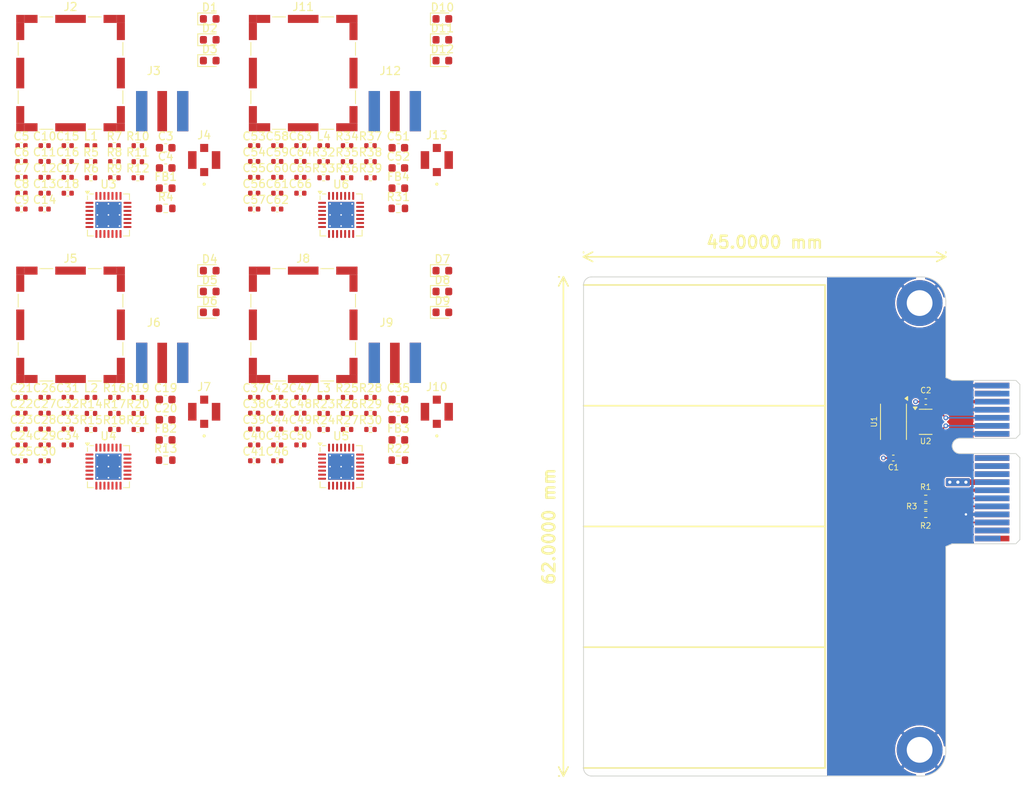
<source format=kicad_pcb>
(kicad_pcb (version 20240108) (generator "pcbnew") (generator_version "8.0")
  (layers (0 "F.Cu" jumper) (1 "In1.Cu" signal) (2 "In2.Cu" signal) (3 "In3.Cu" signal) (4 "In4.Cu" signal) (31 "B.Cu" signal) (34 "B.Paste" user) (35 "F.Paste" user) (36 "B.SilkS" user "B.Silkscreen") (37 "F.SilkS" user "F.Silkscreen") (38 "B.Mask" user) (39 "F.Mask" user) (44 "Edge.Cuts" user))
  (net 0 "")
  (net 1 "GNDREF")
  (net 3 "VCC")
  (net 4 "R3_I0")
  (net 5 "R1_Q1")
  (net 6 "R4_I0")
  (net 7 "R4_Q1")
  (net 8 "R2_I1")
  (net 9 "R2_Q1")
  (net 10 "R1_I0")
  (net 11 "R3_I1")
  (net 12 "R2_Q0")
  (net 13 "R2_I0")
  (net 14 "R4_I1")
  (net 15 "Net-(J1-~{CS})")
  (net 16 "PGM")
  (net 17 "R3_Q1")
  (net 18 "R3_Q0")
  (net 19 "R1_Q0")
  (net 20 "R1_I1")
  (net 21 "Net-(J1-SCLK)")
  (net 22 "R4_Q0")
  (net 23 "SHDN")
  (net 24 "Net-(J1-SDATA)")
  (net 25 "SDATA")
  (net 26 "CS#")
  (net 27 "SCLK")
  (net 28 "Net-(J1-REFCLK+)")
  (net 29 "Net-(J1-REFCLK-)")
  (net 30 "Net-(U1-clkin)")
  (net 32 "SLKIN1")
  (net 33 "SLKIN2")
  (net 34 "SLKIN3")
  (net 35 "SLKIN4")
  (net 36 "/Radio #1/+3V3_local")
  (net 37 "/Radio #1/AGND_local")
  (net 38 "Net-(U3-LNA2)")
  (net 39 "Net-(J3-In)")
  (net 40 "Net-(U3-LNAOUT)")
  (net 41 "Net-(U3-MIXIN)")
  (net 42 "Net-(J4-In)")
  (net 43 "Net-(U3-CLKOUT)")
  (net 44 "Net-(U3-XTAL)")
  (net 45 "Net-(C15-Pad1)")
  (net 46 "Net-(U3-CPOUT)")
  (net 47 "/Radio #2/AGND_local")
  (net 48 "/Radio #2/+3V3_local")
  (net 49 "Net-(U4-LNA2)")
  (net 50 "Net-(J6-In)")
  (net 51 "Net-(U4-MIXIN)")
  (net 52 "Net-(U4-LNAOUT)")
  (net 53 "Net-(U4-CLKOUT)")
  (net 54 "Net-(J7-In)")
  (net 55 "Net-(U4-XTAL)")
  (net 56 "Net-(C31-Pad1)")
  (net 57 "Net-(U4-CPOUT)")
  (net 58 "/Radio #3/AGND_local")
  (net 59 "/Radio #3/+3V3_local")
  (net 60 "Net-(J9-In)")
  (net 61 "Net-(U5-LNA2)")
  (net 62 "Net-(U5-MIXIN)")
  (net 63 "Net-(U5-LNAOUT)")
  (net 64 "Net-(J10-In)")
  (net 65 "Net-(U5-CLKOUT)")
  (net 66 "Net-(U5-XTAL)")
  (net 67 "Net-(C47-Pad1)")
  (net 68 "Net-(U5-CPOUT)")
  (net 69 "/Radio #4/+3V3_local")
  (net 70 "/Radio #4/AGND_local")
  (net 71 "Net-(U6-LNA2)")
  (net 72 "Net-(J12-In)")
  (net 73 "Net-(U6-MIXIN)")
  (net 74 "Net-(U6-LNAOUT)")
  (net 75 "Net-(J13-In)")
  (net 76 "Net-(U6-CLKOUT)")
  (net 77 "Net-(U6-XTAL)")
  (net 78 "Net-(C63-Pad1)")
  (net 79 "Net-(U6-CPOUT)")
  (net 80 "Net-(D1-K)")
  (net 81 "/Radio #1/ANT")
  (net 82 "Net-(D2-K)")
  (net 83 "/Radio #1/LD")
  (net 84 "Net-(D3-K)")
  (net 85 "Net-(D4-K)")
  (net 86 "Net-(D5-K)")
  (net 87 "/Radio #2/ANT")
  (net 88 "/Radio #2/LD")
  (net 89 "Net-(D6-K)")
  (net 90 "Net-(D7-K)")
  (net 91 "/Radio #3/ANT")
  (net 92 "Net-(D8-K)")
  (net 93 "Net-(D9-K)")
  (net 94 "/Radio #3/LD")
  (net 95 "Net-(D10-K)")
  (net 96 "/Radio #4/ANT")
  (net 97 "Net-(D11-K)")
  (net 98 "/Radio #4/LD")
  (net 99 "Net-(D12-K)")
  (net 100 "Net-(U3-ANTBIAS)")
  (net 101 "Net-(U4-ANTBIAS)")
  (net 102 "Net-(U5-ANTBIAS)")
  (net 103 "Net-(U6-ANTBIAS)")
  (net 104 "/Radio #1/I1")
  (net 105 "/Radio #1/I0")
  (net 106 "/Radio #1/Q0")
  (net 107 "/Radio #1/Q1")
  (net 108 "/Radio #2/I1")
  (net 109 "/Radio #2/I0")
  (net 110 "/Radio #2/Q0")
  (net 111 "/Radio #2/Q1")
  (net 112 "/Radio #3/I1")
  (net 113 "/Radio #3/I0")
  (net 114 "/Radio #3/Q0")
  (net 115 "/Radio #3/Q1")
  (net 116 "/Radio #4/I1")
  (net 117 "/Radio #4/I0")
  (net 118 "/Radio #4/Q0")
  (net 119 "/Radio #4/Q1")
  (footprint "Resistor_SMD:R_0402_1005Metric" (layer "F.Cu") (at 80.625 34.69)
    (property "Reference" "R35")
    (property "Value" "100")
  )
  (footprint "Capacitor_SMD:C_0603_1608Metric" (layer "F.Cu") (at 58.095 35.47)
    (property "Reference" "C4")
    (property "Value" "10uF")
  )
  (footprint "Diode_SMD:D_0603_1608Metric" (layer "F.Cu") (at 92.465 22.13)
    (property "Reference" "D12")
    (property "Value" "LED")
  )
  (footprint "Capacitor_SMD:C_0402_1005Metric" (layer "F.Cu") (at 43.055 36.63)
    (property "Reference" "C12")
    (property "Value" "100pF")
  )
  (footprint "Capacitor_SMD:C_0603_1608Metric" (layer "F.Cu") (at 86.995 66.74)
    (property "Reference" "C36")
    (property "Value" "10uF")
  )
  (footprint "Capacitor_SMD:C_0402_1005Metric" (layer "F.Cu") (at 40.185 34.66)
    (property "Reference" "C6")
    (property "Value" "0.47nF")
  )
  (footprint "Capacitor_SMD:C_0402_1005Metric" (layer "F.Cu") (at 45.925 38.6)
    (property "Reference" "C18")
    (property "Value" "100nF")
  )
  (footprint "Capacitor_SMD:C_0402_1005Metric" (layer "F.Cu") (at 43.055 32.69)
    (property "Reference" "C10")
    (property "Value" "100nF")
  )
  (footprint "Capacitor_SMD:C_0402_1005Metric" (layer "F.Cu") (at 71.955 38.6)
    (property "Reference" "C61")
    (property "Value" "10nF")
  )
  (footprint "Capacitor_SMD:C_0603_1608Metric" (layer "F.Cu") (at 58.095 32.96)
    (property "Reference" "C3")
    (property "Value" "10uF")
  )
  (footprint "Capacitor_SMD:C_0402_1005Metric" (layer "F.Cu") (at 40.185 65.93)
    (property "Reference" "C22")
    (property "Value" "0.47nF")
  )
  (footprint "Resistor_SMD:R_0402_1005Metric" (layer "F.Cu") (at 77.715 36.68)
    (property "Reference" "R33")
    (property "Value" "1k")
  )
  (footprint "Package_DFN_QFN:TQFN-28-1EP_5x5mm_P0.5mm_EP3.25x3.25mm_ThermalVias" (layer "F.Cu") (at 50.985 41.3)
    (property "Reference" "U3")
    (property "Value" "MAX2769B")
  )
  (footprint "Capacitor_SMD:C_0402_1005Metric" (layer "F.Cu") (at 43.055 38.6)
    (property "Reference" "C13")
    (property "Value" "10nF")
  )
  (footprint "Capacitor_SMD:C_0402_1005Metric" (layer "F.Cu") (at 74.825 63.96)
    (property "Reference" "C47")
    (property "Value" "47nF")
  )
  (footprint "Capacitor_SMD:C_0402_1005Metric" (layer "F.Cu") (at 43.055 67.9)
    (property "Reference" "C28")
    (property "Value" "100pF")
  )
  (footprint "Capacitor_SMD:C_0603_1608Metric" (layer "F.Cu") (at 86.995 64.23)
    (property "Reference" "C35")
    (property "Value" "10uF")
  )
  (footprint "Inductor_SMD:L_0603_1608Metric" (layer "F.Cu") (at 58.095 69.25)
    (property "Reference" "FB2")
    (property "Value" "GZ1608D601TF")
  )
  (footprint "Capacitor_SMD:C_0402_1005Metric" (layer "F.Cu") (at 40.185 32.69)
    (property "Reference" "C5")
    (property "Value" "10nF")
  )
  (footprint "Capacitor_SMD:C_0402_1005Metric" (layer "F.Cu") (at 40.185 67.9)
    (property "Reference" "C23")
    (property "Value" "10nF")
  )
  (footprint "Resistor_SMD:R_0402_1005Metric" (layer "F.Cu") (at 77.715 67.95)
    (property "Reference" "R24")
    (property "Value" "1k")
  )
  (footprint "Capacitor_SMD:C_0402_1005Metric" (layer "F.Cu") (at 40.185 36.63)
    (property "Reference" "C7")
    (property "Value" "10nF")
  )
  (footprint "Resistor_SMD:R_0402_1005Metric" (layer "F.Cu") (at 83.535 67.95)
    (property "Reference" "R30")
    (property "Value" "1k")
  )
  (footprint "tart_radio_module:CONN-SMD_MOLEX_73412-0110" (layer "F.Cu") (at 62.875 34.48)
    (property "Reference" "J4")
    (property "Value" "Conn_Coaxial" (hide yes))
  )
  (footprint "Resistor_SMD:R_0402_1005Metric" (layer "F.Cu") (at 83.535 36.68)
    (property "Reference" "R39")
    (property "Value" "1k")
  )
  (footprint "Capacitor_SMD:C_0402_1005Metric" (layer "F.Cu") (at 43.055 40.57)
    (property "Reference" "C14")
    (property "Value" "100nF")
  )
  (footprint "Capacitor_SMD:C_0402_1005Metric" (layer "F.Cu") (at 45.925 65.93)
    (property "Reference" "C32")
    (property "Value" "27pF")
  )
  (footprint "Resistor_SMD:R_0603_1608Metric" (layer "F.Cu") (at 86.995 71.76)
    (property "Reference" "R22")
    (property "Value" "1k")
  )
  (footprint "Capacitor_SMD:C_0402_1005Metric" (layer "F.Cu") (at 40.185 71.84)
    (property "Reference" "C25")
    (property "Value" "0.47nF")
  )
  (footprint "Resistor_SMD:R_0402_1005Metric" (layer "F.Cu") (at 83.535 63.97)
    (property "Reference" "R28")
    (property "Value" "100")
  )
  (footprint "Resistor_SMD:R_0402_1005Metric" (layer "F.Cu") (at 77.715 34.69)
    (property "Reference" "R32")
    (property "Value" "20k")
  )
  (footprint "Diode_SMD:D_0603_1608Metric" (layer "F.Cu") (at 63.565 50.81)
    (property "Reference" "D5")
    (property "Value" "LED")
  )
  (footprint "Diode_SMD:D_0603_1608Metric" (layer "F.Cu") (at 92.465 19.54)
    (property "Reference" "D11")
    (property "Value" "LED")
  )
  (footprint "Package_DFN_QFN:TQFN-28-1EP_5x5mm_P0.5mm_EP3.25x3.25mm_ThermalVias" (layer "F.Cu") (at 50.985 72.57)
    (property "Reference" "U4")
    (property "Value" "MAX2769B")
  )
  (footprint "Resistor_SMD:R_0402_1005Metric" (layer "F.Cu") (at 152.51 77.5 180)
    (property "Reference" "R3")
    (property "Value" "100" (hide yes))
  )
  (footprint "Capacitor_SMD:C_0402_1005Metric" (layer "F.Cu") (at 152.52 64.5)
    (property "Reference" "C2")
    (property "Value" "100n" (hide yes))
  )
  (footprint "Capacitor_SMD:C_0402_1005Metric" (layer "F.Cu") (at 74.825 38.6)
    (property "Reference" "C66")
    (property "Value" "100nF")
  )
  (footprint "Capacitor_SMD:C_0402_1005Metric" (layer "F.Cu") (at 45.925 67.9)
    (property "Reference" "C33")
    (property "Value" "100nF")
  )
  (footprint "Capacitor_SMD:C_0402_1005Metric" (layer "F.Cu") (at 69.085 67.9)
    (property "Reference" "C39")
    (property "Value" "10nF")
  )
  (footprint "Inductor_SMD:L_0603_1608Metric" (layer "F.Cu") (at 86.995 69.25)
    (property "Reference" "FB3")
    (property "Value" "GZ1608D601TF")
  )
  (footprint "Capacitor_SMD:C_0603_1608Metric" (layer "F.Cu") (at 86.995 35.47)
    (property "Reference" "C52")
    (property "Value" "10uF")
  )
  (footprint "RF_Shielding:Laird_Technologies_BMI-S-101_13.66x12.70mm" (layer "F.Cu") (at 46.275 54.95)
    (property "Reference" "J5")
    (property "Value" "RFShield_OnePiece")
  )
  (footprint "Resistor_SMD:R_0402_1005Metric" (layer "F.Cu") (at 152.51 78.5 180)
    (property "Reference" "R2")
    (property "Value" "100" (hide yes))
  )
  (footprint "Diode_SMD:D_0603_1608Metric" (layer "F.Cu") (at 63.565 22.13)
    (property "Reference" "D3")
    (property "Value" "LED")
  )
  (footprint "Capacitor_SMD:C_0402_1005Metric" (layer "F.Cu") (at 69.085 32.69)
    (property "Reference" "C53")
    (property "Value" "10nF")
  )
  (footprint "Package_SO:TSSOP-8_4.4x3mm_P0.65mm" (layer "F.Cu") (at 148.5 67 -90)
    (property "Reference" "U1")
    (property "Value" "CDCV304PW" (hide yes))
  )
  (footprint "Resistor_SMD:R_0402_1005Metric" (layer "F.Cu") (at 80.625 36.68)
    (property "Reference" "R36")
    (property "Value" "100")
  )
  (footprint "Capacitor_SMD:C_0603_1608Metric" (layer "F.Cu") (at 58.095 64.23)
    (property "Reference" "C19")
    (property "Value" "10uF")
  )
  (footprint "Resistor_SMD:R_0402_1005Metric" (layer "F.Cu") (at 54.635 67.95)
    (property "Reference" "R21")
    (property "Value" "1k")
  )
  (footprint "Inductor_SMD:L_0402_1005Metric" (layer "F.Cu") (at 77.715 32.7)
    (property "Reference" "L4")
    (property "Value" "L")
  )
  (footprint "Resistor_SMD:R_0402_1005Metric" (layer "F.Cu") (at 54.635 65.96)
    (property "Reference" "R20")
    (property "Value" "100")
  )
  (footprint "Capacitor_SMD:C_0402_1005Metric" (layer "F.Cu") (at 71.955 40.57)
    (property "Reference" "C62")
    (property "Value" "100nF")
  )
  (footprint "Capacitor_SMD:C_0402_1005Metric" (layer "F.Cu") (at 45.925 34.66)
    (property "Reference" "C16")
    (property "Value" "27pF")
  )
  (footprint "Capacitor_SMD:C_0402_1005Metric" (layer "F.Cu") (at 69.085 65.93)
    (property "Reference" "C38")
    (property "Value" "0.47nF")
  )
  (footprint "tart_radio_module:CONN-SMD_KH-SMA-KE8-G" (layer "F.Cu") (at 57.662 28.407)
    (property "Reference" "J3")
    (property "Value" "Conn_Coaxial" (hide yes))
  )
  (footprint "Capacitor_SMD:C_0402_1005Metric" (layer "F.Cu") (at 71.955 36.63)
    (property "Reference" "C60")
    (property "Value" "100pF")
  )
  (footprint "Resistor_SMD:R_0402_1005Metric" (layer "F.Cu") (at 54.635 34.69)
    (property "Reference" "R11")
    (property "Value" "100")
  )
  (footprint "Capacitor_SMD:C_0402_1005Metric" (layer "F.Cu") (at 69.085 34.66)
    (property "Reference" "C54")
    (property "Value" "0.47nF")
  )
  (footprint "Resistor_SMD:R_0402_1005Metric" (layer "F.Cu") (at 51.725 34.69)
    (property "Reference" "R8")
    (property "Value" "100")
  )
  (footprint "RF_Shielding:Laird_Technologies_BMI-S-101_13.66x12.70mm" (layer "F.Cu") (at 75.175 54.95)
    (property "Reference" "J8")
    (property "Value" "RFShield_OnePiece")
  )
  (footprint "Capacitor_SMD:C_0402_1005Metric" (layer "F.Cu") (at 74.825 67.9)
    (property "Reference" "C49")
    (property "Value" "100nF")
  )
  (footprint "Capacitor_SMD:C_0402_1005Metric" (layer "F.Cu") (at 43.055 69.87)
    (property "Reference" "C29")
    (property "Value" "10nF")
  )
  (footprint "RF_Shielding:Laird_Technologies_BMI-S-101_13.66x12.70mm" (layer "F.Cu") (at 75.175 23.68)
    (property "Reference" "J11")
    (property "Value" "RFShield_OnePiece")
  )
  (footprint "RF_Shielding:Laird_Technologies_BMI-S-101_13.66x12.70mm" (layer "F.Cu") (at 46.275 23.68)
    (property "Reference" "J2")
    (property "Value" "RFShield_OnePiece")
  )
  (footprint "Package_DFN_QFN:TQFN-28-1EP_5x5mm_P0.5mm_EP3.25x3.25mm_ThermalVias" (layer "F.Cu") (at 79.885 72.57)
    (property "Reference" "U5")
    (property "Value" "MAX2769B")
  )
  (footprint "Capacitor_SMD:C_0402_1005Metric" (layer "F.Cu") (at 40.185 40.57)
    (property "Reference" "C9")
    (property "Value" "0.47nF")
  )
  (footprint "Resistor_SMD:R_0603_1608Metric" (layer "F.Cu") (at 58.095 71.76)
    (property "Reference" "R13")
    (property "Value" "1k")
  )
  (footprint "Resistor_SMD:R_0402_1005Metric" (layer "F.Cu") (at 48.815 36.68)
    (property "Reference" "R6")
    (property "Value" "1k")
  )
  (footprint "Resistor_SMD:R_0402_1005Metric" (layer "F.Cu") (at 54.635 36.68)
    (property "Reference" "R12")
    (property "Value" "1k")
  )
  (footprint "Diode_SMD:D_0603_1608Metric" (layer "F.Cu") (at 92.465 48.22)
    (property "Reference" "D7")
    (property "Value" "LED")
  )
  (footprint "Capacitor_SMD:C_0402_1005Metric" (layer "F.Cu") (at 74.825 34.66)
    (property "Reference" "C64")
    (property "Value" "27pF")
  )
  (footprint "MountingHole:MountingHole_3.2mm_M3_ISO7380_Pad" (layer "F.Cu") (at 151.75 52.25)
    (property "Reference" "H1" (hide yes))
    (property "Value" "GND" (hide yes))
  )
  (footprint "Diode_SMD:D_0603_1608Metric" (layer "F.Cu") (at 92.465 50.81)
    (property "Reference" "D8")
    (property "Value" "LED")
  )
  (footprint "Capacitor_SMD:C_0402_1005Metric" (layer "F.Cu") (at 71.955 71.84)
    (property "Reference" "C46")
    (property "Value" "100nF")
  )
  (footprint "Capacitor_SMD:C_0402_1005Metric" (layer "F.Cu") (at 74.825 32.69)
    (property "Reference" "C63")
    (property "Value" "47nF")
  )
  (footprint "Capacitor_SMD:C_0402_1005Metric" (layer "F.Cu") (at 40.185 38.6)
    (property "Reference" "C8")
    (property "Value" "10nF")
  )
  (footprint "Capacitor_SMD:C_0402_1005Metric" (layer "F.Cu") (at 74.825 36.63)
    (property "Reference" "C65")
    (property "Value" "100nF")
  )
  (footprint "Capacitor_SMD:C_0402_1005Metric" (layer "F.Cu") (at 71.955 69.87)
    (property "Reference" "C45")
    (property "Value" "10nF")
  )
  (footprint "Capacitor_SMD:C_0402_1005Metric" (layer "F.Cu") (at 69.085 36.63)
    (property "Reference" "C55")
    (property "Value" "10nF")
  )
  (footprint "Inductor_SMD:L_0402_1005Metric" (layer "F.Cu") (at 48.815 63.97)
    (property "Reference" "L2")
    (property "Value" "L")
  )
  (footprint "Resistor_SMD:R_0402_1005Metric" (layer "F.Cu") (at 80.625 67.95)
    (property "Reference" "R27")
    (property "Value" "100")
  )
  (footprint "Resistor_SMD:R_0402_1005Metric" (layer "F.Cu") (at 83.535 34.69)
    (property "Reference" "R38")
    (property "Value" "100")
  )
  (footprint "Capacitor_SMD:C_0402_1005Metric" (layer "F.Cu") (at 71.955 63.96)
    (property "Reference" "C42")
    (property "Value" "100nF")
  )
  (footprint "Resistor_SMD:R_0402_1005Metric" (layer "F.Cu") (at 48.815 67.95)
    (property "Reference" "R15")
    (property "Value" "1k")
  )
  (footprint "Resistor_SMD:R_0402_1005Metric" (layer "F.Cu") (at 51.725 67.95)
    (property "Reference" "R18")
    (property "Value" "100")
  )
  (footprint "Resistor_SMD:R_0402_1005Metric" (layer "F.Cu") (at 48.815 65.96)
    (property "Reference" "R14")
    (property "Value" "20k")
  )
  (footprint "Capacitor_SMD:C_0402_1005Metric" (layer "F.Cu") (at 148.48 71.5 180)
    (property "Reference" "C1")
    (property "Value" "100n" (hide yes))
  )
  (footprint "Diode_SMD:D_0603_1608Metric" (layer "F.Cu") (at 63.565 53.4)
    (property "Reference" "D6")
    (property "Value" "LED")
  )
  (footprint "Capacitor_SMD:C_0402_1005Metric" (layer "F.Cu") (at 71.955 34.66)
    (property "Reference" "C59")
    (property "Value" "10nF")
  )
  (footprint "Inductor_SMD:L_0402_1005Metric" (layer "F.Cu") (at 48.815 32.7)
    (property "Reference" "L1")
    (property "Value" "L")
  )
  (footprint "Resistor_SMD:R_0402_1005Metric" (layer "F.Cu") (at 51.725 32.7)
    (property "Reference" "R7")
    (property "Value" "1k")
  )
  (footprint "Resistor_SMD:R_0402_1005Metric" (layer "F.Cu") (at 77.715 65.96)
    (property "Reference" "R23")
    (property "Value" "20k")
  )
  (footprint "Inductor_SMD:L_0402_1005Metric" (layer "F.Cu") (at 77.715 63.97)
    (property "Reference" "L3")
    (property "Value" "L")
  )
  (footprint "Inductor_SMD:L_0603_1608Metric" (layer "F.Cu") (at 58.095 37.98)
    (property "Reference" "FB1")
    (property "Value" "GZ1608D601TF")
  )
  (footprint "Capacitor_SMD:C_0402_1005Metric" (layer "F.Cu") (at 69.085 40.57)
    (property "Reference" "C57")
    (property "Value" "0.47nF")
  )
  (footprint "Inductor_SMD:L_0603_1608Metric" (layer "F.Cu") (at 86.995 37.98)
    (property "Reference" "FB4")
    (property "Value" "GZ1608D601TF")
  )
  (footprint "Capacitor_SMD:C_0402_1005Metric" (layer "F.Cu") (at 43.055 63.96)
    (property "Reference" "C26")
    (property "Value" "100nF")
  )
  (footprint "Diode_SMD:D_0603_1608Metric" (layer "F.Cu") (at 92.465 16.95)
    (property "Reference" "D10")
    (property "Value" "LED")
  )
  (footprint "Capacitor_SMD:C_0402_1005Metric" (layer "F.Cu") (at 69.085 71.84)
    (property "Reference" "C41")
    (property "Value" "0.47nF")
  )
  (footprint "Resistor_SMD:R_0402_1005Metric" (layer "F.Cu") (at 80.625 32.7)
    (property "Reference" "R34")
    (property "Value" "1k")
  )
  (footprint "Resistor_SMD:R_0402_1005Metric" (layer "F.Cu") (at 54.635 32.7)
    (property "Reference" "R10")
    (property "Value" "100")
  )
  (footprint "Capacitor_SMD:C_0402_1005Metric" (layer "F.Cu") (at 74.825 69.87)
    (property "Reference" "C50")
    (property "Value" "100nF")
  )
  (footprint "tart_radio_module:CONN-SMD_MOLEX_73412-0110" (layer "F.Cu") (at 91.775 34.48)
    (property "Reference" "J13")
    (property "Value" "Conn_Coaxial" (hide yes))
  )
  (footprint "Capacitor_SMD:C_0402_1005Metric" (layer "F.Cu") (at 71.955 65.93)
    (property "Reference" "C43")
    (property "Value" "10nF")
  )
  (footprint "Resistor_SMD:R_0603_1608Metric" (layer "F.Cu") (at 58.095 40.49)
    (property "Reference" "R4")
    (property "Value" "1k")
  )
  (footprint "Capacitor_SMD:C_0402_1005Metric" (layer "F.Cu") (at 43.055 71.84)
    (property "Reference" "C30")
    (property "Value" "100nF")
  )
  (footprint "Resistor_SMD:R_0603_1608Metric" (layer "F.Cu") (at 86.995 40.49)
    (property "Reference" "R31")
    (property "Value" "1k")
  )
  (footprint "Resistor_SMD:R_0402_1005Metric" (layer "F.Cu") (at 83.535 32.7)
    (property "Reference" "R37")
    (property "Value" "100")
  )
  (footprint "Diode_SMD:D_0603_1608Metric" (layer "F.Cu") (at 63.565 16.95)
    (property "Reference" "D1")
    (property "Value" "LED")
  )
  (footprint "Capacitor_SMD:C_0402_1005Metric" (layer "F.Cu") (at 40.185 63.96)
    (property "Reference" "C21")
    (property "Value" "10nF")
  )
  (footprint "tart_radio_module:CONN-SMD_KH-SMA-KE8-G" (layer "F.Cu") (at 86.562 59.677)
    (property "Reference" "J9")
    (property "Value" "Conn_Coaxial" (hide yes))
  )
  (footprint "Capacitor_SMD:C_0603_1608Metric" (layer "F.Cu") (at 58.095 66.74)
    (property "Reference" "C20")
    (property "Value" "10uF")
  )
  (footprint "Package_TO_SOT_SMD:SOT-23-6" (layer "F.Cu") (at 152.5 67)
    (property "Reference" "U2")
    (property "Value" "MAX3280E" (hide yes))
  )
  (footprint "Capacitor_SMD:C_0402_1005Metric" (layer "F.Cu") (at 45.925 32.69)
    (property "Reference" "C15")
    (property "Value" "47nF")
  )
  (footprint "Capacitor_SMD:C_0603_1608Metric" (layer "F.Cu") (at 86.995 32.96)
    (property "Reference" "C51")
    (property "Value" "10uF")
  )
  (footprint "tart_radio_module:CONN-SMD_MOLEX_73412-0110" (layer "F.Cu") (at 91.775 65.75)
    (property "Reference" "J10")
    (property "Value" "Conn_Coaxial" (hide yes))
  )
  (footprint "Resistor_SMD:R_0402_1005Metric" (layer "F.Cu") (at 48.815 34.69)
    (property "Reference" "R5")
    (property "Value" "20k")
  )
  (footprint "Resistor_SMD:R_0402_1005Metric" (layer "F.Cu") (at 51.725 63.97)
    (property "Reference" "R16")
    (property "Value" "1k")
  )
  (footprint "Diode_SMD:D_0603_1608Metric" (layer "F.Cu") (at 92.465 53.4)
    (property "Reference" "D9")
    (property "Value" "LED")
  )
  (footprint "Capacitor_SMD:C_0402_1005Metric" (layer "F.Cu") (at 71.955 67.9)
    (property "Reference" "C44")
    (property "Value" "100pF")
  )
  (footprint "Capacitor_SMD:C_0402_1005Metric" (layer "F.Cu") (at 69.085 69.87)
    (property "Reference" "C40")
    (property "Value" "10nF")
  )
  (footprint "Capacitor_SMD:C_0402_1005Metric" (layer "F.Cu") (at 45.925 69.87)
    (property "Reference" "C34")
    (property "Value" "100nF")
  )
  (footprint "tart_radio_module:CONN-SMD_KH-SMA-KE8-G" (layer "F.Cu") (at 86.562 28.407)
    (property "Reference" "J12")
    (property "Value" "Conn_Coaxial" (hide yes))
  )
  (footprint "tart_radio_module:CONN-SMD_MOLEX_73412-0110" (layer "F.Cu") (at 62.875 65.75)
    (property "Reference" "J7")
    (property "Value" "Conn_Coaxial" (hide yes))
  )
  (footprint "Connector_PCBEdge:BUS_PCIexpress_x1" (layer "F.Cu") (at 160.75 81.5 90)
    (property "Reference" "J1" (hide yes))
    (property "Value" "~" (hide yes))
    (fp_line (start 19.65 -4.95) (end 19.65 2.95) (stroke (width 0.1)) (layer "Edge.Cuts"))
    (fp_line (start -0.65 -4.95) (end -0.65 2.95) (stroke (width 0.1)) (layer "Edge.Cuts"))
    (fp_line (start 12.45 -4) (end 12.45 2.95) (stroke (width 0.1)) (layer "Edge.Cuts"))
    (fp_line (start 10.55 -4) (end 10.55 2.95) (stroke (width 0.1)) (layer "Edge.Cuts"))
    (fp_line (start 19.65 2.95) (end 19.15 3.45) (stroke (width 0.1)) (layer "Edge.Cuts"))
    (fp_line (start 12.45 2.95) (end 12.95 3.45) (stroke (width 0.1)) (layer "Edge.Cuts"))
    (fp_line (start 10.55 2.95) (end 10.05 3.45) (stroke (width 0.1)) (layer "Edge.Cuts"))
    (fp_line (start -0.65 2.95) (end -0.15 3.45) (stroke (width 0.1)) (layer "Edge.Cuts"))
    (fp_line (start 12.95 3.45) (end 19.15 3.45) (stroke (width 0.1)) (layer "Edge.Cuts"))
    (fp_line (start -0.15 3.45) (end 10.05 3.45) (stroke (width 0.1)) (layer "Edge.Cuts"))
    (fp_arc (start 10.55 -4) (mid 11.5 -4.95) (end 12.45 -4) (stroke (width 0.1)) (layer "Edge.Cuts"))
  )
  (footprint "Capacitor_SMD:C_0402_1005Metric" (layer "F.Cu") (at 69.085 38.6)
    (property "Reference" "C56")
    (property "Value" "10nF")
  )
  (footprint "Capacitor_SMD:C_0402_1005Metric" (layer "F.Cu") (at 45.925 63.96)
    (property "Reference" "C31")
    (property "Value" "47nF")
  )
  (footprint "Package_DFN_QFN:TQFN-28-1EP_5x5mm_P0.5mm_EP3.25x3.25mm_ThermalVias" (layer "F.Cu") (at 79.885 41.3)
    (property "Reference" "U6")
    (property "Value" "MAX2769B")
  )
  (footprint "Capacitor_SMD:C_0402_1005Metric" (layer "F.Cu") (at 40.185 69.87)
    (property "Reference" "C24")
    (property "Value" "10nF")
  )
  (footprint "Capacitor_SMD:C_0402_1005Metric" (layer "F.Cu") (at 43.055 34.66)
    (property "Reference" "C11")
    (property "Value" "10nF")
  )
  (footprint "Resistor_SMD:R_0402_1005Metric" (layer "F.Cu") (at 51.725 36.68)
    (property "Reference" "R9")
    (property "Value" "100")
  )
  (footprint "Diode_SMD:D_0603_1608Metric" (layer "F.Cu") (at 63.565 48.22)
    (property "Reference" "D4")
    (property "Value" "LED")
  )
  (footprint "Capacitor_SMD:C_0402_1005Metric" (layer "F.Cu") (at 74.825 65.93)
    (property "Reference" "C48")
    (property "Value" "27pF")
  )
  (footprint "Resistor_SMD:R_0402_1005Metric" (layer "F.Cu") (at 152.51 76.5 180)
    (property "Reference" "R1")
    (property "Value" "100" (hide yes))
  )
  (footprint "Resistor_SMD:R_0402_1005Metric" (layer "F.Cu") (at 51.725 65.96)
    (property "Reference" "R17")
    (property "Value" "100")
  )
  (footprint "Capacitor_SMD:C_0402_1005Metric" (layer "F.Cu") (at 43.055 65.93)
    (property "Reference" "C27")
    (property "Value" "10nF")
  )
  (footprint "MountingHole:MountingHole_3.2mm_M3_ISO7380_Pad" (layer "F.Cu") (at 151.75 107.75)
    (property "Reference" "H2" (hide yes))
    (property "Value" "GND" (hide yes))
  )
  (footprint "Resistor_SMD:R_0402_1005Metric" (layer "F.Cu") (at 83.535 65.96)
    (property "Reference" "R29")
    (property "Value" "100")
  )
  (footprint "Capacitor_SMD:C_0402_1005Metric" (layer "F.Cu") (at 71.955 32.69)
    (property "Reference" "C58")
    (property "Value" "100nF")
  )
  (footprint "Capacitor_SMD:C_0402_1005Metric" (layer "F.Cu") (at 45.925 36.63)
    (property "Reference" "C17")
    (property "Value" "100nF")
  )
  (footprint "tart_radio_module:CONN-SMD_KH-SMA-KE8-G" (layer "F.Cu") (at 57.662 59.677)
    (property "Reference" "J6")
    (property "Value" "Conn_Coaxial" (hide yes))
  )
  (footprint "Diode_SMD:D_0603_1608Metric" (layer "F.Cu") (at 63.565 19.54)
    (property "Reference" "D2")
    (property "Value" "LED")
  )
  (footprint "Resistor_SMD:R_0402_1005Metric" (layer "F.Cu") (at 80.625 65.96)
    (property "Reference" "R26")
    (property "Value" "100")
  )
  (footprint "Resistor_SMD:R_0402_1005Metric" (layer "F.Cu") (at 54.635 63.97)
    (property "Reference" "R19")
    (property "Value" "100")
  )
  (footprint "Resistor_SMD:R_0402_1005Metric" (layer "F.Cu") (at 80.625 63.97)
    (property "Reference" "R25")
    (property "Value" "1k")
  )
  (footprint "Capacitor_SMD:C_0402_1005Metric" (layer "F.Cu") (at 69.085 63.96)
    (property "Reference" "C37")
    (property "Value" "10nF")
  )
  (gr_line (start 110 50) (end 140 50) (stroke (width 0.2)) (layer "F.SilkS"))
  (gr_line (start 140 50) (end 140 110) (stroke (width 0.2)) (layer "F.SilkS"))
  (gr_line (start 110 95) (end 140 95) (stroke (width 0.2)) (layer "F.SilkS"))
  (gr_line (start 110 80) (end 140 80) (stroke (width 0.2)) (layer "F.SilkS"))
  (gr_line (start 110 110) (end 140 110) (stroke (width 0.2)) (layer "F.SilkS"))
  (gr_line (start 110 65) (end 140 65) (stroke (width 0.2)) (layer "F.SilkS"))
  (gr_line (start 155 108) (end 155 82.5) (stroke (width 0.1)) (layer "Edge.Cuts"))
  (gr_line (start 155 82.5) (end 155.8 82.15) (stroke (width 0.1)) (layer "Edge.Cuts"))
  (gr_arc (start 155 108) (mid 154.12132 110.12132) (end 152 111) (stroke (width 0.1)) (layer "Edge.Cuts"))
  (gr_line (start 110 50) (end 110 110) (stroke (width 0.1)) (layer "Edge.Cuts"))
  (gr_line (start 111 111) (end 152 111) (stroke (width 0.1)) (layer "Edge.Cuts"))
  (gr_arc (start 110 50) (mid 110.292893 49.292893) (end 111 49) (stroke (width 0.1)) (layer "Edge.Cuts"))
  (gr_arc (start 111 111) (mid 110.292893 110.707107) (end 110 110) (stroke (width 0.1)) (layer "Edge.Cuts"))
  (gr_line (start 152 49) (end 111 49) (stroke (width 0.1)) (layer "Edge.Cuts"))
  (gr_line (start 155 61.5) (end 155 52) (stroke (width 0.1)) (layer "Edge.Cuts"))
  (gr_arc (start 152 49) (mid 154.12132 49.87868) (end 155 52) (stroke (width 0.1)) (layer "Edge.Cuts"))
  (gr_line (start 155.8 61.85) (end 155 61.5) (stroke (width 0.1)) (layer "Edge.Cuts"))
  (dimension (type aligned) (layer "F.SilkS") (pts (xy 110 46.5) (xy 155 46.5)) (height 0) (gr_text "45,0000 mm" (at 132.5 44.7 0) (layer "F.SilkS") (effects (font (size 1.5 1.5) (thickness 0.3)))) (format (prefix "") (suffix "") (units 3) (units_format 1) (precision 4)) (style (thickness 0.2) (arrow_length 1.27) (text_position_mode 0) (extension_height 0.58642) (extension_offset 0.5) keep_text_aligned))
  (dimension (type aligned) (layer "F.SilkS") (pts (xy 107.5 111) (xy 107.5 49)) (height 0) (gr_text "62,0000 mm" (at 105.7 80 90) (layer "F.SilkS") (effects (font (size 1.5 1.5) (thickness 0.3)))) (format (prefix "") (suffix "") (units 3) (units_format 1) (precision 4)) (style (thickness 0.2) (arrow_length 1.27) (text_position_mode 0) (extension_height 0.58642) (extension_offset 0.5) keep_text_aligned))
  (via (at 157.5 78.5) (size 0.6) (drill 0.3) (layers "F.Cu" "B.Cu") (net 1))
  (segment (start 148.825 66.675) (end 148.175 67.325) (width 0.2) (layer "F.Cu") (net 3))
  (segment (start 148.825 64.1375) (end 148.825 66.675) (width 0.2) (layer "F.Cu") (net 3))
  (segment (start 152.04 64.5) (end 152.04 65.3725) (width 0.2) (layer "F.Cu") (net 3))
  (segment (start 152.04 65.3725) (end 151.3625 66.05) (width 0.2) (layer "F.Cu") (net 3))
  (segment (start 148.175 69.8625) (end 148.175 71.325) (width 0.2) (layer "F.Cu") (net 3))
  (segment (start 148.175 67.325) (end 148.175 69.8625) (width 0.2) (layer "F.Cu") (net 3))
  (segment (start 155.5 74.5) (end 160.75 74.5) (width 0.7) (layer "F.Cu") (net 3))
  (segment (start 151.25 64.5) (end 152.04 64.5) (width 0.2) (layer "F.Cu") (net 3))
  (segment (start 147.25 71.5) (end 148 71.5) (width 0.2) (layer "F.Cu") (net 3))
  (segment (start 148.175 71.325) (end 148 71.5) (width 0.2) (layer "F.Cu") (net 3))
  (via (at 151.25 64.5) (size 0.6) (drill 0.3) (layers "F.Cu" "B.Cu") (net 3))
  (via (at 157.5 74.5) (size 0.7) (drill 0.4) (layers "F.Cu" "B.Cu") (net 3))
  (via (at 155.5 74.5) (size 0.7) (drill 0.4) (layers "F.Cu" "B.Cu") (net 3))
  (via (at 147.25 71.5) (size 0.6) (drill 0.3) (layers "F.Cu" "B.Cu") (net 3))
  (via (at 156.5 74.5) (size 0.7) (drill 0.4) (layers "F.Cu" "B.Cu") (net 3))
  (segment (start 155.5 74.5) (end 157.5 74.5) (width 0.7) (layer "B.Cu") (net 3))
  (segment (start 153.02 77.5) (end 160.75 77.5) (width 0.2) (layer "F.Cu") (net 15))
  (segment (start 160.75 76.5) (end 153.02 76.5) (width 0.2) (layer "F.Cu") (net 21))
  (segment (start 160.75 79.5) (end 157 79.5) (width 0.2) (layer "F.Cu") (net 24))
  (segment (start 156 78.5) (end 153.02 78.5) (width 0.2) (layer "F.Cu") (net 24))
  (segment (start 157 79.5) (end 156 78.5) (width 0.2) (layer "F.Cu") (net 24))
  (segment (start 153.6375 67.95) (end 154.55 67.95) (width 0.2) (layer "F.Cu") (net 28))
  (segment (start 154.55 67.95) (end 155 67.5) (width 0.2) (layer "F.Cu") (net 28))
  (via (at 155 67.5) (size 0.6) (drill 0.3) (layers "F.Cu" "B.Cu") (net 28))
  (segment (start 155 67.5) (end 160.75 67.5) (width 0.2) (layer "B.Cu") (net 28))
  (segment (start 153.6375 66.05) (end 154.55 66.05) (width 0.2) (layer "F.Cu") (net 29))
  (segment (start 154.55 66.05) (end 155 66.5) (width 0.2) (layer "F.Cu") (net 29))
  (via (at 155 66.5) (size 0.6) (drill 0.3) (layers "F.Cu" "B.Cu") (net 29))
  (segment (start 155 66.5) (end 160.75 66.5) (width 0.2) (layer "B.Cu") (net 29))
  (segment (start 149.475 67.475) (end 149.475 64.1375) (width 0.2) (layer "F.Cu") (net 30))
  (segment (start 149.95 67.95) (end 149.475 67.475) (width 0.2) (layer "F.Cu") (net 30))
  (segment (start 151.3625 67.95) (end 149.95 67.95) (width 0.2) (layer "F.Cu") (net 30))
  (zone (net 1) (net_name "GNDREF") (layers "F.Cu" "In1.Cu" "B.Cu") (connect_pads (clearance 0.15)) (min_thickness 0.25) (fill yes (thermal_gap 0.2) (thermal_bridge_width 0.4))
    (polygon (pts (xy 140.25 45) (xy 160 45) (xy 160 115) (xy 140.25 115)))
  )
  (zone (net 3) (net_name "VCC") (layers "F.Cu" "In3.Cu" "B.Cu") (priority 1) (connect_pads (clearance 0.15)) (min_thickness 0.25) (fill yes (thermal_gap 0.5) (thermal_bridge_width 0.5))
    (polygon (pts (xy 155 74) (xy 158 74) (xy 158 75) (xy 155 75)))
  )
)
</source>
